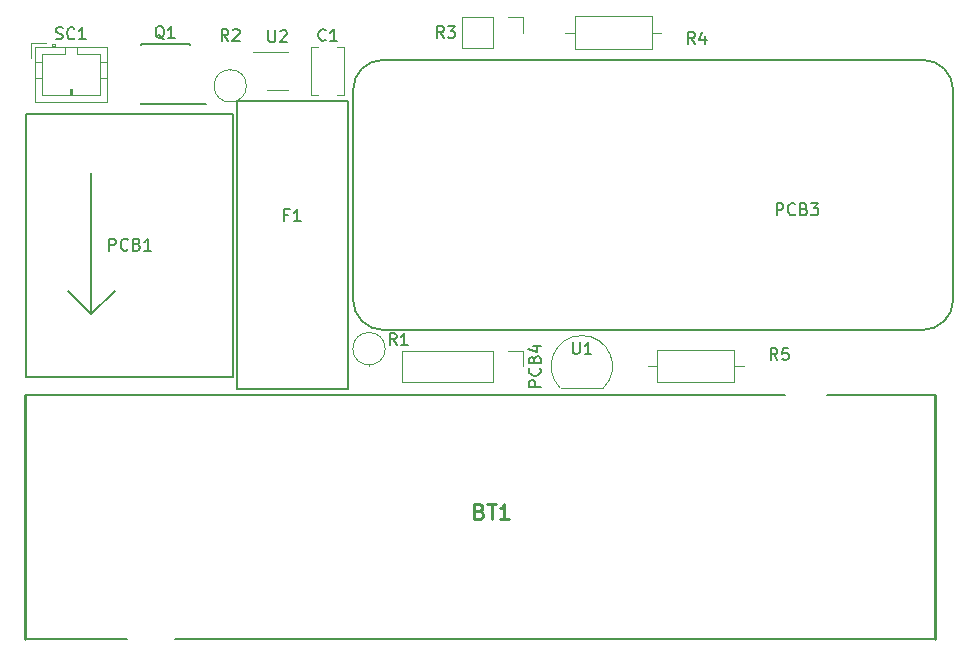
<source format=gbr>
%TF.GenerationSoftware,KiCad,Pcbnew,(5.0.2)-1*%
%TF.CreationDate,2019-03-08T17:26:47-06:00*%
%TF.ProjectId,IoT IPRO (plant pot),496f5420-4950-4524-9f20-28706c616e74,rev?*%
%TF.SameCoordinates,Original*%
%TF.FileFunction,Legend,Top*%
%TF.FilePolarity,Positive*%
%FSLAX46Y46*%
G04 Gerber Fmt 4.6, Leading zero omitted, Abs format (unit mm)*
G04 Created by KiCad (PCBNEW (5.0.2)-1) date 3/8/2019 5:26:47 PM*
%MOMM*%
%LPD*%
G01*
G04 APERTURE LIST*
%ADD10C,0.120000*%
%ADD11C,0.150000*%
%ADD12C,0.200000*%
%ADD13C,0.254000*%
G04 APERTURE END LIST*
D10*
X78870000Y-39500000D02*
G75*
G03X78870000Y-39500000I-1370000J0D01*
G01*
X77500000Y-38130000D02*
X77500000Y-38060000D01*
X90620000Y-61750000D02*
G75*
G03X90620000Y-61750000I-1370000J0D01*
G01*
X89250000Y-63120000D02*
X89250000Y-63190000D01*
D11*
X77750000Y-41850000D02*
X77750000Y-64150000D01*
X77750000Y-64150000D02*
X60250000Y-64150000D01*
X60250000Y-64150000D02*
X60250000Y-41850000D01*
X60250000Y-41850000D02*
X77750000Y-41850000D01*
X65750000Y-46850000D02*
X65750000Y-58850000D01*
X65750000Y-58850000D02*
X63750000Y-56850000D01*
X65750000Y-58850000D02*
X67750000Y-56850000D01*
X74075000Y-41075000D02*
X74075000Y-41025000D01*
X69925000Y-41075000D02*
X69925000Y-40930000D01*
X69925000Y-35925000D02*
X69925000Y-36070000D01*
X74075000Y-35925000D02*
X74075000Y-36070000D01*
X74075000Y-41075000D02*
X69925000Y-41075000D01*
X74075000Y-35925000D02*
X69925000Y-35925000D01*
X74075000Y-41025000D02*
X75475000Y-41025000D01*
D10*
X84330000Y-40270000D02*
X84330000Y-36230000D01*
X87170000Y-40270000D02*
X87170000Y-36230000D01*
X84330000Y-40270000D02*
X84955000Y-40270000D01*
X86545000Y-40270000D02*
X87170000Y-40270000D01*
X84330000Y-36230000D02*
X84955000Y-36230000D01*
X86545000Y-36230000D02*
X87170000Y-36230000D01*
D11*
X87450000Y-65200000D02*
X78050000Y-65200000D01*
X87450000Y-40800000D02*
X87450000Y-65200000D01*
X78050000Y-40800000D02*
X87450000Y-40800000D01*
X78050000Y-65200000D02*
X78050000Y-40800000D01*
D10*
X60940000Y-36190000D02*
X60940000Y-40910000D01*
X60940000Y-40910000D02*
X67060000Y-40910000D01*
X67060000Y-40910000D02*
X67060000Y-36190000D01*
X67060000Y-36190000D02*
X60940000Y-36190000D01*
X62700000Y-36190000D02*
X62700000Y-35990000D01*
X62700000Y-35990000D02*
X62400000Y-35990000D01*
X62400000Y-35990000D02*
X62400000Y-36190000D01*
X62700000Y-36090000D02*
X62400000Y-36090000D01*
X63500000Y-36190000D02*
X63500000Y-36800000D01*
X63500000Y-36800000D02*
X61550000Y-36800000D01*
X61550000Y-36800000D02*
X61550000Y-40300000D01*
X61550000Y-40300000D02*
X66450000Y-40300000D01*
X66450000Y-40300000D02*
X66450000Y-36800000D01*
X66450000Y-36800000D02*
X64500000Y-36800000D01*
X64500000Y-36800000D02*
X64500000Y-36190000D01*
X60940000Y-37500000D02*
X61550000Y-37500000D01*
X60940000Y-38800000D02*
X61550000Y-38800000D01*
X67060000Y-37500000D02*
X66450000Y-37500000D01*
X67060000Y-38800000D02*
X66450000Y-38800000D01*
X63900000Y-40300000D02*
X63900000Y-39800000D01*
X63900000Y-39800000D02*
X64100000Y-39800000D01*
X64100000Y-39800000D02*
X64100000Y-40300000D01*
X64000000Y-40300000D02*
X64000000Y-39800000D01*
X61890000Y-35890000D02*
X60640000Y-35890000D01*
X60640000Y-35890000D02*
X60640000Y-37140000D01*
X113190000Y-36370000D02*
X113190000Y-33630000D01*
X113190000Y-33630000D02*
X106650000Y-33630000D01*
X106650000Y-33630000D02*
X106650000Y-36370000D01*
X106650000Y-36370000D02*
X113190000Y-36370000D01*
X113960000Y-35000000D02*
X113190000Y-35000000D01*
X105880000Y-35000000D02*
X106650000Y-35000000D01*
D11*
X136160000Y-60160000D02*
X90440000Y-60160000D01*
X90440000Y-60160000D02*
G75*
G02X87900000Y-57620000I0J2540000D01*
G01*
X87900000Y-39840000D02*
G75*
G02X90440000Y-37300000I2540000J0D01*
G01*
X136160000Y-37300000D02*
G75*
G02X138700000Y-39840000I0J-2540000D01*
G01*
X138700000Y-57620000D02*
G75*
G02X136160000Y-60160000I-2540000J0D01*
G01*
X90440000Y-37300000D02*
X136160000Y-37300000D01*
X87900000Y-57620000D02*
X87900000Y-39840000D01*
X138700000Y-39840000D02*
X138700000Y-57620000D01*
D12*
X60105000Y-86325000D02*
X68791000Y-86325000D01*
X137155000Y-65675000D02*
X128009000Y-65675000D01*
X137155000Y-86325000D02*
X72809000Y-86325000D01*
X60105000Y-65675000D02*
X124451000Y-65675000D01*
D13*
X60105000Y-65675000D02*
X60105000Y-86325000D01*
X137155000Y-86325000D02*
X137155000Y-65675000D01*
D10*
X92050000Y-61910000D02*
X92050000Y-64570000D01*
X99730000Y-61910000D02*
X92050000Y-61910000D01*
X99730000Y-64570000D02*
X92050000Y-64570000D01*
X99730000Y-61910000D02*
X99730000Y-64570000D01*
X101000000Y-61910000D02*
X102330000Y-61910000D01*
X102330000Y-61910000D02*
X102330000Y-63240000D01*
X97130000Y-33670000D02*
X97130000Y-36330000D01*
X99730000Y-33670000D02*
X97130000Y-33670000D01*
X99730000Y-36330000D02*
X97130000Y-36330000D01*
X99730000Y-33670000D02*
X99730000Y-36330000D01*
X101000000Y-33670000D02*
X102330000Y-33670000D01*
X102330000Y-33670000D02*
X102330000Y-35000000D01*
X112880000Y-63240000D02*
X113650000Y-63240000D01*
X120960000Y-63240000D02*
X120190000Y-63240000D01*
X113650000Y-64610000D02*
X120190000Y-64610000D01*
X113650000Y-61870000D02*
X113650000Y-64610000D01*
X120190000Y-61870000D02*
X113650000Y-61870000D01*
X120190000Y-64610000D02*
X120190000Y-61870000D01*
X109108478Y-65078478D02*
G75*
G03X107270000Y-60640000I-1838478J1838478D01*
G01*
X105431522Y-65078478D02*
G75*
G02X107270000Y-60640000I1838478J1838478D01*
G01*
X105470000Y-65090000D02*
X109070000Y-65090000D01*
X80600000Y-39860000D02*
X82400000Y-39860000D01*
X82400000Y-36640000D02*
X79450000Y-36640000D01*
D11*
X77333333Y-35702380D02*
X77000000Y-35226190D01*
X76761904Y-35702380D02*
X76761904Y-34702380D01*
X77142857Y-34702380D01*
X77238095Y-34750000D01*
X77285714Y-34797619D01*
X77333333Y-34892857D01*
X77333333Y-35035714D01*
X77285714Y-35130952D01*
X77238095Y-35178571D01*
X77142857Y-35226190D01*
X76761904Y-35226190D01*
X77714285Y-34797619D02*
X77761904Y-34750000D01*
X77857142Y-34702380D01*
X78095238Y-34702380D01*
X78190476Y-34750000D01*
X78238095Y-34797619D01*
X78285714Y-34892857D01*
X78285714Y-34988095D01*
X78238095Y-35130952D01*
X77666666Y-35702380D01*
X78285714Y-35702380D01*
X91583333Y-61452380D02*
X91250000Y-60976190D01*
X91011904Y-61452380D02*
X91011904Y-60452380D01*
X91392857Y-60452380D01*
X91488095Y-60500000D01*
X91535714Y-60547619D01*
X91583333Y-60642857D01*
X91583333Y-60785714D01*
X91535714Y-60880952D01*
X91488095Y-60928571D01*
X91392857Y-60976190D01*
X91011904Y-60976190D01*
X92535714Y-61452380D02*
X91964285Y-61452380D01*
X92250000Y-61452380D02*
X92250000Y-60452380D01*
X92154761Y-60595238D01*
X92059523Y-60690476D01*
X91964285Y-60738095D01*
X67261904Y-53452380D02*
X67261904Y-52452380D01*
X67642857Y-52452380D01*
X67738095Y-52500000D01*
X67785714Y-52547619D01*
X67833333Y-52642857D01*
X67833333Y-52785714D01*
X67785714Y-52880952D01*
X67738095Y-52928571D01*
X67642857Y-52976190D01*
X67261904Y-52976190D01*
X68833333Y-53357142D02*
X68785714Y-53404761D01*
X68642857Y-53452380D01*
X68547619Y-53452380D01*
X68404761Y-53404761D01*
X68309523Y-53309523D01*
X68261904Y-53214285D01*
X68214285Y-53023809D01*
X68214285Y-52880952D01*
X68261904Y-52690476D01*
X68309523Y-52595238D01*
X68404761Y-52500000D01*
X68547619Y-52452380D01*
X68642857Y-52452380D01*
X68785714Y-52500000D01*
X68833333Y-52547619D01*
X69595238Y-52928571D02*
X69738095Y-52976190D01*
X69785714Y-53023809D01*
X69833333Y-53119047D01*
X69833333Y-53261904D01*
X69785714Y-53357142D01*
X69738095Y-53404761D01*
X69642857Y-53452380D01*
X69261904Y-53452380D01*
X69261904Y-52452380D01*
X69595238Y-52452380D01*
X69690476Y-52500000D01*
X69738095Y-52547619D01*
X69785714Y-52642857D01*
X69785714Y-52738095D01*
X69738095Y-52833333D01*
X69690476Y-52880952D01*
X69595238Y-52928571D01*
X69261904Y-52928571D01*
X70785714Y-53452380D02*
X70214285Y-53452380D01*
X70500000Y-53452380D02*
X70500000Y-52452380D01*
X70404761Y-52595238D01*
X70309523Y-52690476D01*
X70214285Y-52738095D01*
X71904761Y-35547619D02*
X71809523Y-35500000D01*
X71714285Y-35404761D01*
X71571428Y-35261904D01*
X71476190Y-35214285D01*
X71380952Y-35214285D01*
X71428571Y-35452380D02*
X71333333Y-35404761D01*
X71238095Y-35309523D01*
X71190476Y-35119047D01*
X71190476Y-34785714D01*
X71238095Y-34595238D01*
X71333333Y-34500000D01*
X71428571Y-34452380D01*
X71619047Y-34452380D01*
X71714285Y-34500000D01*
X71809523Y-34595238D01*
X71857142Y-34785714D01*
X71857142Y-35119047D01*
X71809523Y-35309523D01*
X71714285Y-35404761D01*
X71619047Y-35452380D01*
X71428571Y-35452380D01*
X72809523Y-35452380D02*
X72238095Y-35452380D01*
X72523809Y-35452380D02*
X72523809Y-34452380D01*
X72428571Y-34595238D01*
X72333333Y-34690476D01*
X72238095Y-34738095D01*
X85583333Y-35607142D02*
X85535714Y-35654761D01*
X85392857Y-35702380D01*
X85297619Y-35702380D01*
X85154761Y-35654761D01*
X85059523Y-35559523D01*
X85011904Y-35464285D01*
X84964285Y-35273809D01*
X84964285Y-35130952D01*
X85011904Y-34940476D01*
X85059523Y-34845238D01*
X85154761Y-34750000D01*
X85297619Y-34702380D01*
X85392857Y-34702380D01*
X85535714Y-34750000D01*
X85583333Y-34797619D01*
X86535714Y-35702380D02*
X85964285Y-35702380D01*
X86250000Y-35702380D02*
X86250000Y-34702380D01*
X86154761Y-34845238D01*
X86059523Y-34940476D01*
X85964285Y-34988095D01*
X82416666Y-50428571D02*
X82083333Y-50428571D01*
X82083333Y-50952380D02*
X82083333Y-49952380D01*
X82559523Y-49952380D01*
X83464285Y-50952380D02*
X82892857Y-50952380D01*
X83178571Y-50952380D02*
X83178571Y-49952380D01*
X83083333Y-50095238D01*
X82988095Y-50190476D01*
X82892857Y-50238095D01*
X62738095Y-35504761D02*
X62880952Y-35552380D01*
X63119047Y-35552380D01*
X63214285Y-35504761D01*
X63261904Y-35457142D01*
X63309523Y-35361904D01*
X63309523Y-35266666D01*
X63261904Y-35171428D01*
X63214285Y-35123809D01*
X63119047Y-35076190D01*
X62928571Y-35028571D01*
X62833333Y-34980952D01*
X62785714Y-34933333D01*
X62738095Y-34838095D01*
X62738095Y-34742857D01*
X62785714Y-34647619D01*
X62833333Y-34600000D01*
X62928571Y-34552380D01*
X63166666Y-34552380D01*
X63309523Y-34600000D01*
X64309523Y-35457142D02*
X64261904Y-35504761D01*
X64119047Y-35552380D01*
X64023809Y-35552380D01*
X63880952Y-35504761D01*
X63785714Y-35409523D01*
X63738095Y-35314285D01*
X63690476Y-35123809D01*
X63690476Y-34980952D01*
X63738095Y-34790476D01*
X63785714Y-34695238D01*
X63880952Y-34600000D01*
X64023809Y-34552380D01*
X64119047Y-34552380D01*
X64261904Y-34600000D01*
X64309523Y-34647619D01*
X65261904Y-35552380D02*
X64690476Y-35552380D01*
X64976190Y-35552380D02*
X64976190Y-34552380D01*
X64880952Y-34695238D01*
X64785714Y-34790476D01*
X64690476Y-34838095D01*
X116833333Y-35952380D02*
X116500000Y-35476190D01*
X116261904Y-35952380D02*
X116261904Y-34952380D01*
X116642857Y-34952380D01*
X116738095Y-35000000D01*
X116785714Y-35047619D01*
X116833333Y-35142857D01*
X116833333Y-35285714D01*
X116785714Y-35380952D01*
X116738095Y-35428571D01*
X116642857Y-35476190D01*
X116261904Y-35476190D01*
X117690476Y-35285714D02*
X117690476Y-35952380D01*
X117452380Y-34904761D02*
X117214285Y-35619047D01*
X117833333Y-35619047D01*
X123761904Y-50452380D02*
X123761904Y-49452380D01*
X124142857Y-49452380D01*
X124238095Y-49500000D01*
X124285714Y-49547619D01*
X124333333Y-49642857D01*
X124333333Y-49785714D01*
X124285714Y-49880952D01*
X124238095Y-49928571D01*
X124142857Y-49976190D01*
X123761904Y-49976190D01*
X125333333Y-50357142D02*
X125285714Y-50404761D01*
X125142857Y-50452380D01*
X125047619Y-50452380D01*
X124904761Y-50404761D01*
X124809523Y-50309523D01*
X124761904Y-50214285D01*
X124714285Y-50023809D01*
X124714285Y-49880952D01*
X124761904Y-49690476D01*
X124809523Y-49595238D01*
X124904761Y-49500000D01*
X125047619Y-49452380D01*
X125142857Y-49452380D01*
X125285714Y-49500000D01*
X125333333Y-49547619D01*
X126095238Y-49928571D02*
X126238095Y-49976190D01*
X126285714Y-50023809D01*
X126333333Y-50119047D01*
X126333333Y-50261904D01*
X126285714Y-50357142D01*
X126238095Y-50404761D01*
X126142857Y-50452380D01*
X125761904Y-50452380D01*
X125761904Y-49452380D01*
X126095238Y-49452380D01*
X126190476Y-49500000D01*
X126238095Y-49547619D01*
X126285714Y-49642857D01*
X126285714Y-49738095D01*
X126238095Y-49833333D01*
X126190476Y-49880952D01*
X126095238Y-49928571D01*
X125761904Y-49928571D01*
X126666666Y-49452380D02*
X127285714Y-49452380D01*
X126952380Y-49833333D01*
X127095238Y-49833333D01*
X127190476Y-49880952D01*
X127238095Y-49928571D01*
X127285714Y-50023809D01*
X127285714Y-50261904D01*
X127238095Y-50357142D01*
X127190476Y-50404761D01*
X127095238Y-50452380D01*
X126809523Y-50452380D01*
X126714285Y-50404761D01*
X126666666Y-50357142D01*
D13*
X98600892Y-75513885D02*
X98782321Y-75574361D01*
X98842797Y-75634838D01*
X98903273Y-75755790D01*
X98903273Y-75937219D01*
X98842797Y-76058171D01*
X98782321Y-76118647D01*
X98661369Y-76179123D01*
X98177559Y-76179123D01*
X98177559Y-74909123D01*
X98600892Y-74909123D01*
X98721845Y-74969600D01*
X98782321Y-75030076D01*
X98842797Y-75151028D01*
X98842797Y-75271980D01*
X98782321Y-75392933D01*
X98721845Y-75453409D01*
X98600892Y-75513885D01*
X98177559Y-75513885D01*
X99266130Y-74909123D02*
X99991845Y-74909123D01*
X99628988Y-76179123D02*
X99628988Y-74909123D01*
X101080416Y-76179123D02*
X100354702Y-76179123D01*
X100717559Y-76179123D02*
X100717559Y-74909123D01*
X100596607Y-75090552D01*
X100475654Y-75211504D01*
X100354702Y-75271980D01*
D11*
X103782380Y-64978095D02*
X102782380Y-64978095D01*
X102782380Y-64597142D01*
X102830000Y-64501904D01*
X102877619Y-64454285D01*
X102972857Y-64406666D01*
X103115714Y-64406666D01*
X103210952Y-64454285D01*
X103258571Y-64501904D01*
X103306190Y-64597142D01*
X103306190Y-64978095D01*
X103687142Y-63406666D02*
X103734761Y-63454285D01*
X103782380Y-63597142D01*
X103782380Y-63692380D01*
X103734761Y-63835238D01*
X103639523Y-63930476D01*
X103544285Y-63978095D01*
X103353809Y-64025714D01*
X103210952Y-64025714D01*
X103020476Y-63978095D01*
X102925238Y-63930476D01*
X102830000Y-63835238D01*
X102782380Y-63692380D01*
X102782380Y-63597142D01*
X102830000Y-63454285D01*
X102877619Y-63406666D01*
X103258571Y-62644761D02*
X103306190Y-62501904D01*
X103353809Y-62454285D01*
X103449047Y-62406666D01*
X103591904Y-62406666D01*
X103687142Y-62454285D01*
X103734761Y-62501904D01*
X103782380Y-62597142D01*
X103782380Y-62978095D01*
X102782380Y-62978095D01*
X102782380Y-62644761D01*
X102830000Y-62549523D01*
X102877619Y-62501904D01*
X102972857Y-62454285D01*
X103068095Y-62454285D01*
X103163333Y-62501904D01*
X103210952Y-62549523D01*
X103258571Y-62644761D01*
X103258571Y-62978095D01*
X103115714Y-61549523D02*
X103782380Y-61549523D01*
X102734761Y-61787619D02*
X103449047Y-62025714D01*
X103449047Y-61406666D01*
X95583333Y-35452380D02*
X95250000Y-34976190D01*
X95011904Y-35452380D02*
X95011904Y-34452380D01*
X95392857Y-34452380D01*
X95488095Y-34500000D01*
X95535714Y-34547619D01*
X95583333Y-34642857D01*
X95583333Y-34785714D01*
X95535714Y-34880952D01*
X95488095Y-34928571D01*
X95392857Y-34976190D01*
X95011904Y-34976190D01*
X95916666Y-34452380D02*
X96535714Y-34452380D01*
X96202380Y-34833333D01*
X96345238Y-34833333D01*
X96440476Y-34880952D01*
X96488095Y-34928571D01*
X96535714Y-35023809D01*
X96535714Y-35261904D01*
X96488095Y-35357142D01*
X96440476Y-35404761D01*
X96345238Y-35452380D01*
X96059523Y-35452380D01*
X95964285Y-35404761D01*
X95916666Y-35357142D01*
X123833333Y-62702380D02*
X123500000Y-62226190D01*
X123261904Y-62702380D02*
X123261904Y-61702380D01*
X123642857Y-61702380D01*
X123738095Y-61750000D01*
X123785714Y-61797619D01*
X123833333Y-61892857D01*
X123833333Y-62035714D01*
X123785714Y-62130952D01*
X123738095Y-62178571D01*
X123642857Y-62226190D01*
X123261904Y-62226190D01*
X124738095Y-61702380D02*
X124261904Y-61702380D01*
X124214285Y-62178571D01*
X124261904Y-62130952D01*
X124357142Y-62083333D01*
X124595238Y-62083333D01*
X124690476Y-62130952D01*
X124738095Y-62178571D01*
X124785714Y-62273809D01*
X124785714Y-62511904D01*
X124738095Y-62607142D01*
X124690476Y-62654761D01*
X124595238Y-62702380D01*
X124357142Y-62702380D01*
X124261904Y-62654761D01*
X124214285Y-62607142D01*
X106508095Y-61202380D02*
X106508095Y-62011904D01*
X106555714Y-62107142D01*
X106603333Y-62154761D01*
X106698571Y-62202380D01*
X106889047Y-62202380D01*
X106984285Y-62154761D01*
X107031904Y-62107142D01*
X107079523Y-62011904D01*
X107079523Y-61202380D01*
X108079523Y-62202380D02*
X107508095Y-62202380D01*
X107793809Y-62202380D02*
X107793809Y-61202380D01*
X107698571Y-61345238D01*
X107603333Y-61440476D01*
X107508095Y-61488095D01*
X80738095Y-34802380D02*
X80738095Y-35611904D01*
X80785714Y-35707142D01*
X80833333Y-35754761D01*
X80928571Y-35802380D01*
X81119047Y-35802380D01*
X81214285Y-35754761D01*
X81261904Y-35707142D01*
X81309523Y-35611904D01*
X81309523Y-34802380D01*
X81738095Y-34897619D02*
X81785714Y-34850000D01*
X81880952Y-34802380D01*
X82119047Y-34802380D01*
X82214285Y-34850000D01*
X82261904Y-34897619D01*
X82309523Y-34992857D01*
X82309523Y-35088095D01*
X82261904Y-35230952D01*
X81690476Y-35802380D01*
X82309523Y-35802380D01*
M02*

</source>
